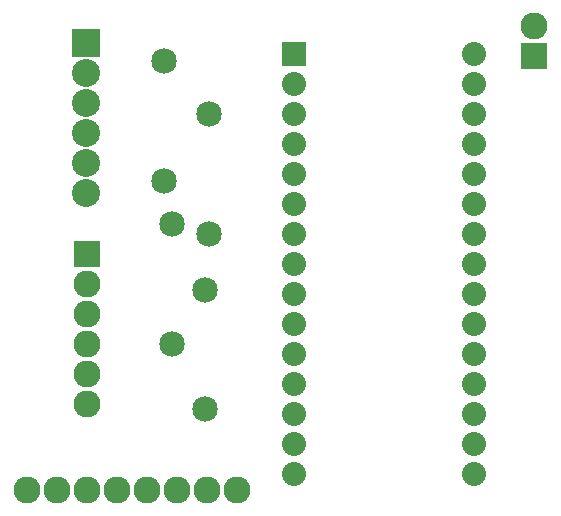
<source format=gbs>
G04 MADE WITH FRITZING*
G04 WWW.FRITZING.ORG*
G04 DOUBLE SIDED*
G04 HOLES PLATED*
G04 CONTOUR ON CENTER OF CONTOUR VECTOR*
%ASAXBY*%
%FSLAX23Y23*%
%MOIN*%
%OFA0B0*%
%SFA1.0B1.0*%
%ADD10C,0.080000*%
%ADD11C,0.093307*%
%ADD12C,0.090000*%
%ADD13C,0.085000*%
%ADD14R,0.079972X0.080000*%
%ADD15R,0.093307X0.093307*%
%ADD16R,0.090000X0.090000*%
%ADD17C,0.030000*%
%LNMASK0*%
G90*
G70*
G54D10*
X991Y1759D03*
X991Y1659D03*
X991Y1559D03*
X991Y1459D03*
X991Y1359D03*
X991Y1259D03*
X991Y1159D03*
X991Y1059D03*
X991Y959D03*
X991Y859D03*
X991Y759D03*
X991Y659D03*
X991Y559D03*
X991Y459D03*
X991Y359D03*
X1591Y1759D03*
X1591Y1659D03*
X1591Y1559D03*
X1591Y1459D03*
X1591Y1359D03*
X1591Y1259D03*
X1591Y1159D03*
X1591Y1059D03*
X1591Y959D03*
X1591Y859D03*
X1591Y759D03*
X1591Y659D03*
X1591Y559D03*
X1591Y459D03*
X1591Y359D03*
G54D11*
X300Y1797D03*
X300Y1697D03*
X300Y1597D03*
X300Y1497D03*
X300Y1397D03*
X300Y1297D03*
G54D12*
X304Y1092D03*
X304Y992D03*
X304Y892D03*
X304Y792D03*
X304Y692D03*
X304Y592D03*
X102Y305D03*
X202Y305D03*
X302Y305D03*
X402Y305D03*
X502Y305D03*
X602Y305D03*
X702Y305D03*
X802Y305D03*
X1792Y1753D03*
X1792Y1853D03*
G54D13*
X560Y1735D03*
X560Y1335D03*
X695Y974D03*
X695Y575D03*
X587Y1193D03*
X587Y793D03*
X709Y1559D03*
X709Y1159D03*
G54D14*
X991Y1759D03*
G54D15*
X300Y1797D03*
G54D16*
X304Y1092D03*
X1792Y1753D03*
G54D17*
G36*
X72Y335D02*
X132Y335D01*
X132Y275D01*
X72Y275D01*
X72Y335D01*
G37*
D02*
G04 End of Mask0*
M02*
</source>
